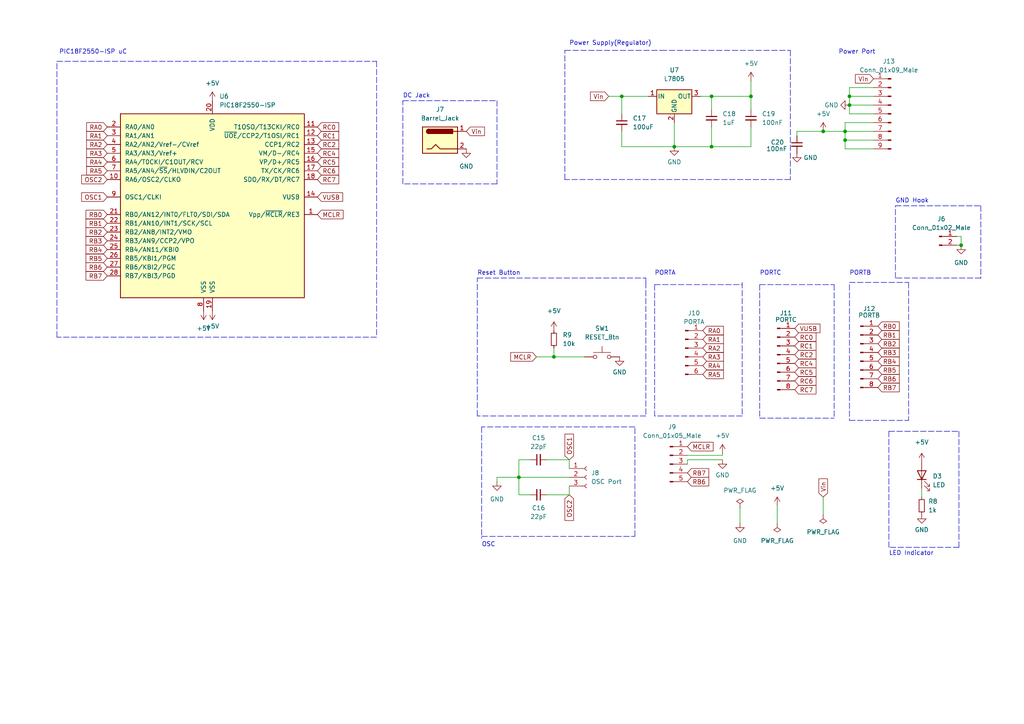
<source format=kicad_sch>
(kicad_sch (version 20230121) (generator eeschema)
  (paper "A4")
  (junction (at 217.805 27.94))
  (junction (at 245.11 40.64))
  (junction (at 303.53 97.79))
  (junction (at 447.04 110.49))
  (junction (at 446.405 156.21))
  (junction (at 313.055 107.95))
  (junction (at 180.34 27.94))
  (junction (at 309.245 118.745))
  (junction (at 313.055 118.745))
  (junction (at 246.38 30.48))
  (junction (at 313.055 130.81))
  (junction (at 278.765 71.12))
  (junction (at 206.375 27.94))
  (junction (at 150.495 138.43))
  (junction (at 206.375 42.545))
  (junction (at 313.055 146.05))
  (junction (at 160.655 103.505))
  (junction (at 195.58 42.545))
  (junction (at 246.38 27.94))
  (junction (at 238.76 38.1))
  (junction (at 313.055 136.525))
  (junction (at 310.515 136.525))
  (junction (at 245.11 38.1))
  (no_connect (at 428.625 125.73))
  (wire (pts (xy 323.215 156.21) (xy 328.295 156.21)))
  (wire (pts (xy 209.55 132.08) (xy 209.55 131.445)))
  (wire (pts (xy 323.215 118.11) (xy 328.295 118.11)))
  (wire (pts (xy 323.215 140.97) (xy 328.295 140.97)))
  (polyline (pts (xy 257.81 158.75) (xy 257.81 125.095)) (stroke (width 0) (type dash)))
  (wire (pts (xy 313.055 136.525) (xy 313.055 137.16)))
  (wire (pts (xy 428.625 115.57) (xy 436.88 115.57)))
  (wire (pts (xy 315.595 143.51) (xy 315.595 136.525)))
  (wire (pts (xy 323.215 138.43) (xy 328.295 138.43)))
  (wire (pts (xy 303.53 106.045) (xy 303.53 107.95)))
  (polyline (pts (xy 109.22 97.79) (xy 16.51 97.79)) (stroke (width 0) (type dash)))
  (polyline (pts (xy 220.345 121.285) (xy 241.935 121.285)) (stroke (width 0) (type dash)))
  (wire (pts (xy 310.515 136.525) (xy 313.055 136.525)))
  (wire (pts (xy 428.625 158.75) (xy 436.88 158.75)))
  (wire (pts (xy 428.625 140.97) (xy 436.88 140.97)))
  (polyline (pts (xy 184.15 123.825) (xy 139.7 123.825)) (stroke (width 0) (type dash)))
  (wire (pts (xy 428.625 148.59) (xy 436.88 148.59)))
  (polyline (pts (xy 184.15 155.575) (xy 184.15 123.825)) (stroke (width 0) (type dash)))
  (wire (pts (xy 323.215 100.33) (xy 328.295 100.33)))
  (wire (pts (xy 180.34 38.1) (xy 180.34 42.545)))
  (wire (pts (xy 246.38 30.48) (xy 246.38 33.02)))
  (wire (pts (xy 303.53 97.79) (xy 303.53 98.425)))
  (wire (pts (xy 231.14 38.1) (xy 238.76 38.1)))
  (wire (pts (xy 150.495 143.51) (xy 153.67 143.51)))
  (wire (pts (xy 238.76 38.1) (xy 245.11 38.1)))
  (wire (pts (xy 428.625 120.65) (xy 436.88 120.65)))
  (wire (pts (xy 246.38 25.4) (xy 246.38 27.94)))
  (wire (pts (xy 180.34 27.94) (xy 180.34 33.02)))
  (wire (pts (xy 209.55 133.35) (xy 199.39 133.35)))
  (polyline (pts (xy 263.525 81.915) (xy 263.525 121.92)) (stroke (width 0) (type dash)))
  (wire (pts (xy 323.215 161.29) (xy 328.295 161.29)))
  (wire (pts (xy 217.805 23.495) (xy 217.805 27.94)))
  (wire (pts (xy 253.365 35.56) (xy 245.11 35.56)))
  (wire (pts (xy 428.625 135.89) (xy 436.88 135.89)))
  (wire (pts (xy 323.215 105.41) (xy 328.295 105.41)))
  (polyline (pts (xy 229.235 14.605) (xy 229.235 52.07)) (stroke (width 0) (type dash)))
  (wire (pts (xy 206.375 42.545) (xy 217.805 42.545)))
  (wire (pts (xy 315.595 143.51) (xy 328.295 143.51)))
  (wire (pts (xy 160.655 103.505) (xy 160.655 100.965)))
  (wire (pts (xy 323.215 102.87) (xy 328.295 102.87)))
  (polyline (pts (xy 138.43 120.65) (xy 138.43 80.645)) (stroke (width 0) (type dash)))
  (wire (pts (xy 199.39 132.08) (xy 209.55 132.08)))
  (polyline (pts (xy 215.265 120.65) (xy 189.865 120.65)) (stroke (width 0) (type dash)))
  (wire (pts (xy 304.165 74.93) (xy 312.42 74.93)))
  (wire (pts (xy 446.405 153.035) (xy 446.405 156.21)))
  (wire (pts (xy 217.805 31.75) (xy 217.805 27.94)))
  (wire (pts (xy 323.215 115.57) (xy 328.295 115.57)))
  (wire (pts (xy 323.215 110.49) (xy 328.295 110.49)))
  (wire (pts (xy 428.625 105.41) (xy 436.88 105.41)))
  (polyline (pts (xy 259.715 80.645) (xy 259.715 59.69)) (stroke (width 0) (type dash)))
  (polyline (pts (xy 116.84 29.21) (xy 144.145 29.21)) (stroke (width 0) (type dash)))
  (wire (pts (xy 304.165 77.47) (xy 304.165 74.93)))
  (polyline (pts (xy 16.51 17.78) (xy 109.22 17.78)) (stroke (width 0) (type dash)))
  (polyline (pts (xy 215.265 81.915) (xy 215.265 120.65)) (stroke (width 0) (type dash)))
  (polyline (pts (xy 220.345 82.55) (xy 241.935 82.55)) (stroke (width 0) (type dash)))
  (wire (pts (xy 246.38 27.94) (xy 246.38 30.48)))
  (wire (pts (xy 225.425 146.685) (xy 225.425 151.765)))
  (wire (pts (xy 309.245 114.935) (xy 309.245 118.745)))
  (wire (pts (xy 323.215 95.25) (xy 328.295 95.25)))
  (polyline (pts (xy 187.325 120.65) (xy 138.43 120.65)) (stroke (width 0) (type dash)))
  (wire (pts (xy 165.1 140.97) (xy 165.1 143.51)))
  (wire (pts (xy 160.655 103.505) (xy 169.545 103.505)))
  (wire (pts (xy 246.38 25.4) (xy 253.365 25.4)))
  (polyline (pts (xy 187.325 81.915) (xy 187.325 120.65)) (stroke (width 0) (type dash)))
  (wire (pts (xy 313.055 118.745) (xy 313.055 120.65)))
  (wire (pts (xy 246.38 30.48) (xy 253.365 30.48)))
  (wire (pts (xy 428.625 156.21) (xy 446.405 156.21)))
  (wire (pts (xy 428.625 161.29) (xy 436.88 161.29)))
  (polyline (pts (xy 278.13 158.75) (xy 257.81 158.75)) (stroke (width 0) (type dash)))
  (wire (pts (xy 428.625 90.17) (xy 436.88 90.17)))
  (wire (pts (xy 323.215 163.83) (xy 328.295 163.83)))
  (wire (pts (xy 253.365 33.02) (xy 246.38 33.02)))
  (wire (pts (xy 165.1 135.89) (xy 165.1 133.35)))
  (polyline (pts (xy 138.43 80.645) (xy 187.325 80.645)) (stroke (width 0) (type dash)))
  (wire (pts (xy 323.215 151.13) (xy 328.295 151.13)))
  (wire (pts (xy 315.595 118.745) (xy 313.055 118.745)))
  (wire (pts (xy 428.625 133.35) (xy 436.88 133.35)))
  (wire (pts (xy 206.375 31.75) (xy 206.375 27.94)))
  (polyline (pts (xy 257.81 125.095) (xy 278.13 125.095)) (stroke (width 0) (type dash)))
  (wire (pts (xy 176.53 27.94) (xy 180.34 27.94)))
  (wire (pts (xy 144.145 139.7) (xy 144.145 138.43)))
  (polyline (pts (xy 191.77 14.605) (xy 229.235 14.605)) (stroke (width 0) (type dash)))
  (wire (pts (xy 428.625 92.71) (xy 436.88 92.71)))
  (wire (pts (xy 180.34 42.545) (xy 195.58 42.545)))
  (wire (pts (xy 231.14 39.37) (xy 231.14 38.1)))
  (wire (pts (xy 428.625 143.51) (xy 436.88 143.51)))
  (polyline (pts (xy 189.865 82.55) (xy 189.865 120.65)) (stroke (width 0) (type dash)))
  (wire (pts (xy 428.625 146.05) (xy 436.88 146.05)))
  (wire (pts (xy 238.76 144.145) (xy 238.76 149.225)))
  (polyline (pts (xy 220.345 82.55) (xy 220.345 121.285)) (stroke (width 0) (type dash)))
  (wire (pts (xy 323.215 113.03) (xy 328.295 113.03)))
  (wire (pts (xy 307.975 118.745) (xy 309.245 118.745)))
  (polyline (pts (xy 144.145 29.21) (xy 144.145 53.34)) (stroke (width 0) (type dash)))
  (wire (pts (xy 253.365 40.64) (xy 245.11 40.64)))
  (wire (pts (xy 303.53 107.95) (xy 304.8 107.95)))
  (polyline (pts (xy 144.145 53.34) (xy 116.84 53.34)) (stroke (width 0) (type dash)))
  (wire (pts (xy 428.625 153.67) (xy 450.215 153.67)))
  (wire (pts (xy 315.595 136.525) (xy 313.055 136.525)))
  (wire (pts (xy 323.215 158.75) (xy 328.295 158.75)))
  (wire (pts (xy 315.595 128.27) (xy 328.295 128.27)))
  (wire (pts (xy 313.055 144.78) (xy 313.055 146.05)))
  (wire (pts (xy 150.495 133.35) (xy 150.495 138.43)))
  (wire (pts (xy 313.055 128.27) (xy 313.055 130.81)))
  (wire (pts (xy 313.055 107.95) (xy 328.295 107.95)))
  (wire (pts (xy 313.055 146.05) (xy 313.055 149.86)))
  (wire (pts (xy 323.215 135.89) (xy 328.295 135.89)))
  (wire (pts (xy 303.53 95.885) (xy 303.53 97.79)))
  (polyline (pts (xy 284.48 80.645) (xy 259.715 80.645)) (stroke (width 0) (type dash)))
  (wire (pts (xy 323.215 92.71) (xy 328.295 92.71)))
  (wire (pts (xy 428.625 166.37) (xy 436.88 166.37)))
  (wire (pts (xy 315.595 128.27) (xy 315.595 118.745)))
  (wire (pts (xy 245.11 35.56) (xy 245.11 38.1)))
  (wire (pts (xy 312.42 107.95) (xy 313.055 107.95)))
  (polyline (pts (xy 187.325 80.645) (xy 187.325 81.915)) (stroke (width 0) (type dash)))
  (wire (pts (xy 307.975 136.525) (xy 310.515 136.525)))
  (wire (pts (xy 214.63 147.32) (xy 214.63 151.765)))
  (wire (pts (xy 428.625 138.43) (xy 436.88 138.43)))
  (wire (pts (xy 307.34 97.79) (xy 303.53 97.79)))
  (wire (pts (xy 428.625 128.27) (xy 436.88 128.27)))
  (polyline (pts (xy 278.13 125.095) (xy 278.13 158.75)) (stroke (width 0) (type dash)))
  (wire (pts (xy 277.495 71.12) (xy 278.765 71.12)))
  (polyline (pts (xy 241.935 82.55) (xy 241.935 121.285)) (stroke (width 0) (type dash)))
  (wire (pts (xy 323.215 120.65) (xy 328.295 120.65)))
  (polyline (pts (xy 284.48 59.69) (xy 284.48 80.645)) (stroke (width 0) (type dash)))
  (wire (pts (xy 277.495 68.58) (xy 278.765 68.58)))
  (wire (pts (xy 447.04 106.68) (xy 447.04 110.49)))
  (wire (pts (xy 313.055 146.05) (xy 328.295 146.05)))
  (wire (pts (xy 428.625 102.87) (xy 436.88 102.87)))
  (polyline (pts (xy 246.38 81.915) (xy 263.525 81.915)) (stroke (width 0) (type dash)))
  (polyline (pts (xy 109.22 17.78) (xy 109.22 97.155)) (stroke (width 0) (type dash)))
  (wire (pts (xy 206.375 36.83) (xy 206.375 42.545)))
  (wire (pts (xy 323.215 90.17) (xy 328.295 90.17)))
  (wire (pts (xy 165.1 133.35) (xy 158.75 133.35)))
  (polyline (pts (xy 16.51 97.79) (xy 16.51 17.78)) (stroke (width 0) (type dash)))
  (wire (pts (xy 313.055 130.81) (xy 328.295 130.81)))
  (polyline (pts (xy 246.38 82.55) (xy 246.38 121.92)) (stroke (width 0) (type dash)))
  (polyline (pts (xy 163.83 52.07) (xy 163.83 14.605)) (stroke (width 0) (type dash)))
  (wire (pts (xy 144.145 138.43) (xy 150.495 138.43)))
  (wire (pts (xy 428.625 100.33) (xy 436.88 100.33)))
  (wire (pts (xy 447.04 110.49) (xy 447.04 120.65)))
  (wire (pts (xy 309.245 118.745) (xy 313.055 118.745)))
  (wire (pts (xy 323.215 133.35) (xy 328.295 133.35)))
  (wire (pts (xy 313.055 107.95) (xy 313.055 110.49)))
  (wire (pts (xy 155.575 103.505) (xy 160.655 103.505)))
  (wire (pts (xy 195.58 35.56) (xy 195.58 42.545)))
  (wire (pts (xy 428.625 118.11) (xy 436.88 118.11)))
  (wire (pts (xy 253.365 27.94) (xy 246.38 27.94)))
  (polyline (pts (xy 139.7 155.575) (xy 184.15 155.575)) (stroke (width 0) (type dash)))
  (wire (pts (xy 180.34 27.94) (xy 187.96 27.94)))
  (wire (pts (xy 428.625 107.95) (xy 453.39 107.95)))
  (wire (pts (xy 323.215 123.19) (xy 328.295 123.19)))
  (polyline (pts (xy 139.7 123.825) (xy 139.7 156.21)) (stroke (width 0) (type dash)))
  (polyline (pts (xy 116.84 53.34) (xy 116.84 29.21)) (stroke (width 0) (type dash)))
  (wire (pts (xy 304.165 88.265) (xy 304.165 85.09)))
  (wire (pts (xy 428.625 151.13) (xy 436.88 151.13)))
  (wire (pts (xy 310.515 132.715) (xy 310.515 136.525)))
  (wire (pts (xy 199.39 133.35) (xy 199.39 134.62)))
  (wire (pts (xy 245.11 43.18) (xy 245.11 40.64)))
  (wire (pts (xy 245.11 38.1) (xy 245.11 40.64)))
  (wire (pts (xy 428.625 97.79) (xy 436.88 97.79)))
  (wire (pts (xy 446.405 161.925) (xy 450.215 161.925)))
  (wire (pts (xy 217.805 27.94) (xy 206.375 27.94)))
  (wire (pts (xy 313.055 130.81) (xy 313.055 132.08)))
  (wire (pts (xy 195.58 42.545) (xy 206.375 42.545)))
  (wire (pts (xy 323.215 153.67) (xy 328.295 153.67)))
  (wire (pts (xy 312.42 97.79) (xy 328.295 97.79)))
  (wire (pts (xy 428.625 123.19) (xy 436.88 123.19)))
  (wire (pts (xy 428.625 168.91) (xy 436.88 168.91)))
  (polyline (pts (xy 189.865 82.55) (xy 215.265 82.55)) (stroke (width 0) (type dash)))
  (wire (pts (xy 245.11 43.18) (xy 253.365 43.18)))
  (wire (pts (xy 323.215 148.59) (xy 328.295 148.59)))
  (wire (pts (xy 428.625 113.03) (xy 436.88 113.03)))
  (wire (pts (xy 206.375 27.94) (xy 203.2 27.94)))
  (wire (pts (xy 165.1 143.51) (xy 158.75 143.51)))
  (polyline (pts (xy 259.715 59.69) (xy 284.48 59.69)) (stroke (width 0) (type dash)))
  (wire (pts (xy 323.215 87.63) (xy 328.295 87.63)))
  (wire (pts (xy 312.42 74.93) (xy 312.42 97.79)))
  (polyline (pts (xy 246.38 121.92) (xy 263.525 121.92)) (stroke (width 0) (type dash)))
  (wire (pts (xy 428.625 130.81) (xy 436.88 130.81)))
  (wire (pts (xy 245.11 38.1) (xy 253.365 38.1)))
  (polyline (pts (xy 163.83 14.605) (xy 191.77 14.605)) (stroke (width 0) (type dash)))
  (wire (pts (xy 428.625 95.25) (xy 450.215 95.25)))
  (wire (pts (xy 153.67 133.35) (xy 150.495 133.35)))
  (wire (pts (xy 446.405 156.21) (xy 446.405 161.925)))
  (wire (pts (xy 267.335 141.605) (xy 267.335 144.145)))
  (wire (pts (xy 217.805 36.83) (xy 217.805 42.545)))
  (wire (pts (xy 150.495 138.43) (xy 150.495 143.51)))
  (wire (pts (xy 323.215 125.73) (xy 328.295 125.73)))
  (polyline (pts (xy 229.235 52.07) (xy 163.83 52.07)) (stroke (width 0) (type dash)))
  (wire (pts (xy 150.495 138.43) (xy 165.1 138.43)))
  (wire (pts (xy 428.625 163.83) (xy 436.88 163.83)))
  (wire (pts (xy 278.765 68.58) (xy 278.765 71.12)))
  (wire (pts (xy 323.215 166.37) (xy 328.295 166.37)))
  (wire (pts (xy 428.625 110.49) (xy 447.04 110.49)))
  (text "Reset Button\n" (at 138.43 80.01 0) (effects (font (size 1.27 1.27)) (justify left bottom)))
  (text "DC Jack" (at 116.84 28.575 0) (effects (font (size 1.27 1.27)) (justify left bottom)))
  (text "PORTC\n" (at 220.345 80.01 0) (effects (font (size 1.27 1.27)) (justify left bottom)))
  (text "Power Port\n" (at 243.205 15.875 0) (effects (font (size 1.27 1.27)) (justify left bottom)))
  (text "PIC18F2550-ISP uC" (at 17.145 15.875 0) (effects (font (size 1.27 1.27)) (justify left bottom)))
  (text "PORTA" (at 189.865 80.01 0) (effects (font (size 1.27 1.27)) (justify left bottom)))
  (text "LED Indicator\n" (at 257.81 161.29 0) (effects (font (size 1.27 1.27)) (justify left bottom)))
  (text "OSC\n" (at 139.7 158.75 0) (effects (font (size 1.27 1.27)) (justify left bottom)))
  (text "GND Hook\n" (at 259.715 59.055 0) (effects (font (size 1.27 1.27)) (justify left bottom)))
  (text "PORTB\n" (at 246.38 80.01 0) (effects (font (size 1.27 1.27)) (justify left bottom)))
  (text "Power Supply(Regulator)" (at 165.1 13.335 0) (effects (font (size 1.27 1.27)) (justify left bottom)))
  (global_label "RC7" (shape input) (at 92.075 52.07 0) (property "Intersheetrefs" "${INTERSHEET_REFS}" (effects hide)))
  (global_label "SD_SCLK" (shape input) (at 436.88 133.35 0) (property "Intersheetrefs" "${INTERSHEET_REFS}" (effects hide)))
  (global_label "RA3" (shape input) (at 203.835 103.505 0) (property "Intersheetrefs" "${INTERSHEET_REFS}" (effects hide)))
  (global_label "RB2" (shape input) (at 254.635 99.695 0) (property "Intersheetrefs" "${INTERSHEET_REFS}" (effects hide)))
  (global_label "PGD" (shape input) (at 323.215 118.11 180) (property "Intersheetrefs" "${INTERSHEET_REFS}" (effects hide)))
  (global_label "3V3" (shape input) (at 307.975 136.525 180) (property "Intersheetrefs" "${INTERSHEET_REFS}" (effects hide)))
  (global_label "BO_16" (shape input) (at 323.215 151.13 180) (property "Intersheetrefs" "${INTERSHEET_REFS}" (effects hide)))
  (global_label "RC4" (shape input) (at 230.505 105.41 0) (property "Intersheetrefs" "${INTERSHEET_REFS}" (effects hide)))
  (global_label "RA4" (shape input) (at 31.115 46.99 180) (property "Intersheetrefs" "${INTERSHEET_REFS}" (effects hide)))
  (global_label "PGC" (shape input) (at 323.215 120.65 180) (property "Intersheetrefs" "${INTERSHEET_REFS}" (effects hide)))
  (global_label "RA3" (shape input) (at 31.115 44.45 180) (property "Intersheetrefs" "${INTERSHEET_REFS}" (effects hide)))
  (global_label "RC4" (shape input) (at 92.075 44.45 0) (property "Intersheetrefs" "${INTERSHEET_REFS}" (effects hide)))
  (global_label "SDA1" (shape input) (at 436.88 128.27 0) (property "Intersheetrefs" "${INTERSHEET_REFS}" (effects hide)))
  (global_label "RA1" (shape input) (at 203.835 98.425 0) (property "Intersheetrefs" "${INTERSHEET_REFS}" (effects hide)))
  (global_label "SCL2" (shape input) (at 323.215 125.73 180) (property "Intersheetrefs" "${INTERSHEET_REFS}" (effects hide)))
  (global_label "BO_41" (shape input) (at 436.88 163.83 0) (property "Intersheetrefs" "${INTERSHEET_REFS}" (effects hide)))
  (global_label "SDA2" (shape input) (at 323.215 123.19 180) (property "Intersheetrefs" "${INTERSHEET_REFS}" (effects hide)))
  (global_label "3V3" (shape input) (at 307.975 118.745 180) (property "Intersheetrefs" "${INTERSHEET_REFS}" (effects hide)))
  (global_label "RB3" (shape input) (at 254.635 102.235 0) (property "Intersheetrefs" "${INTERSHEET_REFS}" (effects hide)))
  (global_label "RB7" (shape input) (at 199.39 137.16 0) (property "Intersheetrefs" "${INTERSHEET_REFS}" (effects hide)))
  (global_label "RA0" (shape input) (at 31.115 36.83 180) (property "Intersheetrefs" "${INTERSHEET_REFS}" (effects hide)))
  (global_label "3V3" (shape input) (at 304.165 74.93 180) (property "Intersheetrefs" "${INTERSHEET_REFS}" (effects hide)))
  (global_label "RA5" (shape input) (at 31.115 49.53 180) (property "Intersheetrefs" "${INTERSHEET_REFS}" (effects hide)))
  (global_label "RC6" (shape input) (at 92.075 49.53 0) (property "Intersheetrefs" "${INTERSHEET_REFS}" (effects hide)))
  (global_label "RB3" (shape input) (at 31.115 69.85 180) (property "Intersheetrefs" "${INTERSHEET_REFS}" (effects hide)))
  (global_label "BO_22" (shape input) (at 436.88 92.71 0) (property "Intersheetrefs" "${INTERSHEET_REFS}" (effects hide)))
  (global_label "RC0" (shape input) (at 230.505 97.79 0) (property "Intersheetrefs" "${INTERSHEET_REFS}" (effects hide)))
  (global_label "SD_DO" (shape input) (at 323.215 163.83 180) (property "Intersheetrefs" "${INTERSHEET_REFS}" (effects hide)))
  (global_label "BO_20" (shape input) (at 323.215 161.29 180) (property "Intersheetrefs" "${INTERSHEET_REFS}" (effects hide)))
  (global_label "BO_25" (shape input) (at 436.88 102.87 0) (property "Intersheetrefs" "${INTERSHEET_REFS}" (effects hide)))
  (global_label "Vin" (shape input) (at 176.53 27.94 180) (property "Intersheetrefs" "${INTERSHEET_REFS}" (effects hide)))
  (global_label "SD_WP" (shape input) (at 436.88 138.43 0) (property "Intersheetrefs" "${INTERSHEET_REFS}" (effects hide)))
  (global_label "BO_21" (shape input) (at 436.88 90.17 0) (property "Intersheetrefs" "${INTERSHEET_REFS}" (effects hide)))
  (global_label "BO_27" (shape input) (at 436.88 113.03 0) (property "Intersheetrefs" "${INTERSHEET_REFS}" (effects hide)))
  (global_label "SCL1" (shape input) (at 436.88 130.81 0) (property "Intersheetrefs" "${INTERSHEET_REFS}" (effects hide)))
  (global_label "BO_11" (shape input) (at 323.215 133.35 180) (property "Intersheetrefs" "${INTERSHEET_REFS}" (effects hide)))
  (global_label "RC7" (shape input) (at 230.505 113.03 0) (property "Intersheetrefs" "${INTERSHEET_REFS}" (effects hide)))
  (global_label "PIC_RX" (shape input) (at 323.215 110.49 180) (property "Intersheetrefs" "${INTERSHEET_REFS}" (effects hide)))
  (global_label "RB4" (shape input) (at 31.115 72.39 180) (property "Intersheetrefs" "${INTERSHEET_REFS}" (effects hide)))
  (global_label "BO_37" (shape input) (at 436.88 146.05 0) (property "Intersheetrefs" "${INTERSHEET_REFS}" (effects hide)))
  (global_label "PIC_TX" (shape input) (at 436.88 151.13 0) (property "Intersheetrefs" "${INTERSHEET_REFS}" (effects hide)))
  (global_label "RC1" (shape input) (at 230.505 100.33 0) (property "Intersheetrefs" "${INTERSHEET_REFS}" (effects hide)))
  (global_label "BO_15" (shape input) (at 323.215 148.59 180) (property "Intersheetrefs" "${INTERSHEET_REFS}" (effects hide)))
  (global_label "BO_24" (shape input) (at 436.88 100.33 0) (property "Intersheetrefs" "${INTERSHEET_REFS}" (effects hide)))
  (global_label "BO_39" (shape input) (at 436.88 158.75 0) (property "Intersheetrefs" "${INTERSHEET_REFS}" (effects hide)))
  (global_label "RA2" (shape input) (at 203.835 100.965 0) (property "Intersheetrefs" "${INTERSHEET_REFS}" (effects hide)))
  (global_label "BO_5" (shape input) (at 323.215 102.87 180) (property "Intersheetrefs" "${INTERSHEET_REFS}" (effects hide)))
  (global_label "BO_42" (shape input) (at 436.88 168.91 0) (property "Intersheetrefs" "${INTERSHEET_REFS}" (effects hide)))
  (global_label "AVSS" (shape input) (at 323.215 95.25 180) (property "Intersheetrefs" "${INTERSHEET_REFS}" (effects hide)))
  (global_label "BO_29" (shape input) (at 436.88 118.11 0) (property "Intersheetrefs" "${INTERSHEET_REFS}" (effects hide)))
  (global_label "Vin" (shape input) (at 135.255 38.1 0) (property "Intersheetrefs" "${INTERSHEET_REFS}" (effects hide)))
  (global_label "BO_30" (shape input) (at 436.88 120.65 0) (property "Intersheetrefs" "${INTERSHEET_REFS}" (effects hide)))
  (global_label "RA0" (shape input) (at 203.835 95.885 0) (property "Intersheetrefs" "${INTERSHEET_REFS}" (effects hide)))
  (global_label "RB5" (shape input) (at 31.115 74.93 180) (property "Intersheetrefs" "${INTERSHEET_REFS}" (effects hide)))
  (global_label "RB1" (shape input) (at 31.115 64.77 180) (property "Intersheetrefs" "${INTERSHEET_REFS}" (effects hide)))
  (global_label "BO_6" (shape input) (at 323.215 105.41 180) (property "Intersheetrefs" "${INTERSHEET_REFS}" (effects hide)))
  (global_label "OSC2" (shape input) (at 31.115 52.07 180) (property "Intersheetrefs" "${INTERSHEET_REFS}" (effects hide)))
  (global_label "RB1" (shape input) (at 254.635 97.155 0) (property "Intersheetrefs" "${INTERSHEET_REFS}" (effects hide)))
  (global_label "OSC2" (shape input) (at 165.1 143.51 270) (property "Intersheetrefs" "${INTERSHEET_REFS}" (effects hide)))
  (global_label "RC1" (shape input) (at 92.075 39.37 0) (property "Intersheetrefs" "${INTERSHEET_REFS}" (effects hide)))
  (global_label "MCLR" (shape input) (at 92.075 62.23 0) (property "Intersheetrefs" "${INTERSHEET_REFS}" (effects hide)))
  (global_label "BO_2" (shape input) (at 323.215 90.17 180) (property "Intersheetrefs" "${INTERSHEET_REFS}" (effects hide)))
  (global_label "VUSB" (shape input) (at 230.505 95.25 0) (property "Intersheetrefs" "${INTERSHEET_REFS}" (effects hide)))
  (global_label "BO_35" (shape input) (at 436.88 140.97 0) (property "Intersheetrefs" "${INTERSHEET_REFS}" (effects hide)))
  (global_label "RC2" (shape input) (at 92.075 41.91 0) (property "Intersheetrefs" "${INTERSHEET_REFS}" (effects hide)))
  (global_label "BO_26" (shape input) (at 436.88 105.41 0) (property "Intersheetrefs" "${INTERSHEET_REFS}" (effects hide)))
  (global_label "BO_3" (shape input) (at 323.215 92.71 180) (property "Intersheetrefs" "${INTERSHEET_REFS}" (effects hide)))
  (global_label "RB6" (shape input) (at 199.39 139.7 0) (property "Intersheetrefs" "${INTERSHEET_REFS}" (effects hide)))
  (global_label "BO_4" (shape input) (at 323.215 100.33 180) (property "Intersheetrefs" "${INTERSHEET_REFS}" (effects hide)))
  (global_label "BO_28" (shape input) (at 436.88 115.57 0) (property "Intersheetrefs" "${INTERSHEET_REFS}" (effects hide)))
  (global_label "RC5" (shape input) (at 230.505 107.95 0) (property "Intersheetrefs" "${INTERSHEET_REFS}" (effects hide)))
  (global_label "RB5" (shape input) (at 254.635 107.315 0) (property "Intersheetrefs" "${INTERSHEET_REFS}" (effects hide)))
  (global_label "BO_38" (shape input) (at 436.88 148.59 0) (property "Intersheetrefs" "${INTERSHEET_REFS}" (effects hide)))
  (global_label "VUSB" (shape input) (at 92.075 57.15 0) (property "Intersheetrefs" "${INTERSHEET_REFS}" (effects hide)))
  (global_label "Vin" (shape input) (at 238.76 144.145 90) (property "Intersheetrefs" "${INTERSHEET_REFS}" (effects hide)))
  (global_label "BO_19" (shape input) (at 323.215 158.75 180) (property "Intersheetrefs" "${INTERSHEET_REFS}" (effects hide)))
  (global_label "RC0" (shape input) (at 92.075 36.83 0) (property "Intersheetrefs" "${INTERSHEET_REFS}" (effects hide)))
  (global_label "RB7" (shape input) (at 254.635 112.395 0) (property "Intersheetrefs" "${INTERSHEET_REFS}" (effects hide)))
  (global_label "MCLR" (shape input) (at 199.39 129.54 0) (property "Intersheetrefs" "${INTERSHEET_REFS}" (effects hide)))
  (global_label "BO_8" (shape input) (at 323.215 115.57 180) (property "Intersheetrefs" "${INTERSHEET_REFS}" (effects hide)))
  (global_label "OSC1" (shape input) (at 31.115 57.15 180) (property "Intersheetrefs" "${INTERSHEET_REFS}" (effects hide)))
  (global_label "BO_23" (shape input) (at 436.88 97.79 0) (property "Intersheetrefs" "${INTERSHEET_REFS}" (effects hide)))
  (global_label "RB6" (shape input) (at 31.115 77.47 180) (property "Intersheetrefs" "${INTERSHEET_REFS}" (effects hide)))
  (global_label "SD_CS" (shape input) (at 323.215 166.37 180) (property "Intersheetrefs" "${INTERSHEET_REFS}" (effects hide)))
  (global_label "RC5" (shape input) (at 92.075 46.99 0) (property "Intersheetrefs" "${INTERSHEET_REFS}" (effects hide)))
  (global_label "RC2" (shape input) (at 230.505 102.87 0) (property "Intersheetrefs" "${INTERSHEET_REFS}" (effects hide)))
  (global_label "OSC1" (shape input) (at 165.1 133.35 90) (property "Intersheetrefs" "${INTERSHEET_REFS}" (effects hide)))
  (global_label "RA5" (shape input) (at 203.835 108.585 0) (property "Intersheetrefs" "${INTERSHEET_REFS}" (effects hide)))
  (global_label "BO_14" (shape input) (at 323.215 140.97 180) (property "Intersheetrefs" "${INTERSHEET_REFS}" (effects hide)))
  (global_label "RB4" (shape input) (at 254.635 104.775 0) (property "Intersheetrefs" "${INTERSHEET_REFS}" (effects hide)))
  (global_label "BO_40" (shape input) (at 436.88 161.29 0) (property "Intersheetrefs" "${INTERSHEET_REFS}" (effects hide)))
  (global_label "BO_13" (shape input) (at 323.215 138.43 180) (property "Intersheetrefs" "${INTERSHEET_REFS}" (effects hide)))
  (global_label "BO_34" (shape input) (at 436.88 135.89 0) (property "Intersheetrefs" "${INTERSHEET_REFS}" (effects hide)))
  (global_label "SD_DI" (shape input) (at 436.88 166.37 0) (property "Intersheetrefs" "${INTERSHEET_REFS}" (effects hide)))
  (global_label "RA1" (shape input) (at 31.115 39.37 180) (property "Intersheetrefs" "${INTERSHEET_REFS}" (effects hide)))
  (global_label "RB6" (shape input) (at 254.635 109.855 0) (property "Intersheetrefs" "${INTERSHEET_REFS}" (effects hide)))
  (global_label "RB0" (shape input) (at 31.115 62.23 180) (property "Intersheetrefs" "${INTERSHEET_REFS}" (effects hide)))
  (global_label "BO_12" (shape input) (at 323.215 135.89 180) (property "Intersheetrefs" "${INTERSHEET_REFS}" (effects hide)))
  (global_label "BO_7" (shape input) (at 323.215 113.03 180) (property "Intersheetrefs" "${INTERSHEET_REFS}" (effects hide)))
  (global_label "BO_18" (shape input) (at 323.215 156.21 180) (property "Intersheetrefs" "${INTERSHEET_REFS}" (effects hide)))
  (global_label "RB7" (shape input) (at 31.115 80.01 180) (property "Intersheetrefs" "${INTERSHEET_REFS}" (effects hide)))
  (global_label "BO_17" (shape input) (at 323.215 153.67 180) (property "Intersheetrefs" "${INTERSHEET_REFS}" (effects hide)))
  (global_label "3V3" (shape input) (at 303.53 95.885 180) (property "Intersheetrefs" "${INTERSHEET_REFS}" (effects hide)))
  (global_label "RA4" (shape input) (at 203.835 106.045 0) (property "Intersheetrefs" "${INTERSHEET_REFS}" (effects hide)))
  (global_label "RA2" (shape input) (at 31.115 41.91 180) (property "Intersheetrefs" "${INTERSHEET_REFS}" (effects hide)))
  (global_label "BO_1" (shape input) (at 323.215 87.63 180) (property "Intersheetrefs" "${INTERSHEET_REFS}" (effects hide)))
  (global_label "MCLR" (shape input) (at 313.055 110.49 270) (property "Intersheetrefs" "${INTERSHEET_REFS}" (effects hide)))
  (global_label "MCLR" (shape input) (at 155.575 103.505 180) (property "Intersheetrefs" "${INTERSHEET_REFS}" (effects hide)))
  (global_label "BO_31" (shape input) (at 436.88 123.19 0) (property "Intersheetrefs" "${INTERSHEET_REFS}" (effects hide)))
  (global_label "RB0" (shape input) (at 254.635 94.615 0) (property "Intersheetrefs" "${INTERSHEET_REFS}" (effects hide)))
  (global_label "BO_36" (shape input) (at 436.88 143.51 0) (property "Intersheetrefs" "${INTERSHEET_REFS}" (effects hide)))
  (global_label "Vin" (shape input) (at 253.365 22.86 180) (property "Intersheetrefs" "${INTERSHEET_REFS}" (effects hide)))
  (global_label "RC6" (shape input) (at 230.505 110.49 0) (property "Intersheetrefs" "${INTERSHEET_REFS}" (effects hide)))
  (global_label "RB2" (shape input) (at 31.115 67.31 180) (property "Intersheetrefs" "${INTERSHEET_REFS}" (effects hide)))
  (symbol (lib_id "power:+5V") (at 160.655 95.885 0) (unit 1)
    (property "Reference" "#PWR036" (effects hide))
    (property "Value" "+5V" (at 160.655 90.17 0))
  )
  (symbol (lib_id "Connector:Conn_01x06_Male") (at 198.755 100.965 0) (unit 1)
    (property "Reference" "J10" (at 201.295 90.805 0))
    (property "Value" "PORTA" (at 201.295 93.345 0))
    (property "Footprint" "Connector_PinSocket_2.54mm:PinSocket_1x06_P2.54mm_Vertical" (effects hide))
  )
  (symbol (lib_id "Device:C_Small") (at 180.34 35.56 0) (unit 1)
    (property "Reference" "C17" (at 183.515 34.2962 0) (effects (justify left)))
    (property "Value" "100uF" (at 183.515 36.8362 0) (effects (justify left)))
    (property "Footprint" "Capacitor_THT:CP_Radial_D4.0mm_P2.00mm" (effects hide))
  )
  (symbol (lib_id "Device:C_Small") (at 217.805 34.29 0) (unit 1)
    (property "Reference" "C19" (at 220.98 33.0262 0) (effects (justify left)))
    (property "Value" "100nF" (at 220.98 35.5662 0) (effects (justify left)))
    (property "Footprint" "Capacitor_THT:C_Disc_D3.0mm_W1.6mm_P2.50mm" (effects hide))
  )
  (symbol (lib_id "power:PWR_FLAG") (at 238.76 149.225 180) (unit 1)
    (property "Reference" "#FLG016" (effects hide))
    (property "Value" "PWR_FLAG" (at 238.76 154.305 0))
  )
  (symbol (lib_id "PIC32MM0256GPM064:PIC32MM0256GPM064-I_MR") (at 227.33 57.15 0) (unit 1)
    (property "Reference" "U8" (at 337.185 79.375 0) (effects (font (size 1.524 1.524))))
    (property "Value" "PIC32MM0256GPM064-I/MR" (at 348.615 81.28 0) (effects (font (size 1.524 1.524))))
    (property "Footprint" "QFN64_MR_MCH" (effects hide))
    (property "Datasheet" "PIC32MM0256GPM064-I/MR" (effects hide))
  )
  (symbol (lib_id "power:+5V") (at 59.055 90.17 180) (unit 1)
    (property "Reference" "#PWR023" (effects hide))
    (property "Value" "+5V" (at 59.055 95.25 0))
  )
  (symbol (lib_id "Device:R_Small") (at 160.655 98.425 0) (unit 1)
    (property "Reference" "R9" (at 163.195 97.1549 0) (effects (justify left)))
    (property "Value" "10k" (at 163.195 99.6949 0) (effects (justify left)))
    (property "Footprint" "Resistor_THT:R_Axial_DIN0204_L3.6mm_D1.6mm_P5.08mm_Horizontal" (effects hide))
  )
  (symbol (lib_id "power:GND") (at 246.38 30.48 270) (unit 1)
    (property "Reference" "#PWR044" (effects hide))
    (property "Value" "GND" (at 243.205 30.4799 90) (effects (justify right)))
  )
  (symbol (lib_id "Device:C_Small") (at 231.14 41.91 0) (unit 1)
    (property "Reference" "C20" (at 223.52 41.275 0) (effects (justify left)))
    (property "Value" "100nF" (at 222.25 43.18 0) (effects (justify left)))
    (property "Footprint" "Capacitor_THT:C_Disc_D3.0mm_W1.6mm_P2.50mm" (effects hide))
  )
  (symbol (lib_id "Device:C_Small") (at 156.21 143.51 270) (unit 1)
    (property "Reference" "C16" (at 156.21 147.32 90))
    (property "Value" "22pF" (at 156.21 149.86 90))
    (property "Footprint" "Capacitor_THT:C_Disc_D3.0mm_W1.6mm_P2.50mm" (effects hide))
  )
  (symbol (lib_id "Device:R_Small") (at 267.335 146.685 0) (unit 1)
    (property "Reference" "R8" (at 269.24 145.4149 0) (effects (justify left)))
    (property "Value" "1k" (at 269.24 147.9549 0) (effects (justify left)))
    (property "Footprint" "Resistor_THT:R_Axial_DIN0204_L3.6mm_D1.6mm_P5.08mm_Horizontal" (effects hide))
  )
  (symbol (lib_id "power:PWR_FLAG") (at 447.04 106.68 0) (unit 1)
    (property "Reference" "#FLG021" (effects hide))
    (property "Value" "PWR_FLAG" (effects hide))
  )
  (symbol (lib_id "Triet_KiCAD_Sym:Res") (at 308.61 107.95 180) (unit 1)
    (property "Reference" "R11" (at 308.61 102.235 0) (effects (font bold)))
    (property "Value" "1k" (at 308.61 104.775 0) (effects (font (size 1.016 1.016))))
  )
  (symbol (lib_id "power:+5V") (at 267.335 133.985 0) (unit 1)
    (property "Reference" "#PWR032" (effects hide))
    (property "Value" "+5V" (at 267.335 128.27 0))
  )
  (symbol (lib_id "Device:C_Small") (at 156.21 133.35 90) (unit 1)
    (property "Reference" "C15" (at 156.2163 127 90))
    (property "Value" "22pF" (at 156.2163 129.54 90))
    (property "Footprint" "Capacitor_THT:C_Disc_D3.0mm_W1.6mm_P2.50mm" (effects hide))
  )
  (symbol (lib_id "power:+5V") (at 238.76 38.1 0) (unit 1)
    (property "Reference" "#PWR043" (effects hide))
    (property "Value" "+5V" (at 238.76 33.02 0))
  )
  (symbol (lib_id "Triet_KiCAD_Sym:CAP_CER") (at 313.055 140.97 0) (mirror y) (unit 1)
    (property "Reference" "C23" (at 310.515 139.6999 0) (effects (font bold) (justify left)))
    (property "Value" "0.1uF" (at 310.515 142.24 0) (effects (font (size 1.016 1.016)) (justify left)))
  )
  (symbol (lib_id "power:PWR_FLAG") (at 214.63 147.32 0) (unit 1)
    (property "Reference" "#FLG014" (effects hide))
    (property "Value" "PWR_FLAG" (at 214.63 142.24 0))
  )
  (symbol (lib_name "GND_2") (lib_id "power:GND") (at 214.63 151.765 0) (unit 1)
    (property "Reference" "#PWR027" (effects hide))
    (property "Value" "GND" (at 214.63 156.845 0))
  )
  (symbol (lib_id "Regulator_Linear:L7805") (at 195.58 27.94 0) (unit 1)
    (property "Reference" "U7" (at 195.58 20.32 0))
    (property "Value" "L7805" (at 195.58 22.86 0))
    (property "Footprint" "Package_TO_SOT_THT:TO-220-2_Vertical" (effects hide))
    (property "Datasheet" "http://www.st.com/content/ccc/resource/technical/document/datasheet/41/4f/b3/b0/12/d4/47/88/CD00000444.pdf/files/CD00000444.pdf/jcr:content/translations/en.CD00000444.pdf" (effects hide))
  )
  (symbol (lib_id "Connector:Conn_01x03_Female") (at 170.18 138.43 0) (unit 1)
    (property "Reference" "J8" (at 171.45 137.1599 0) (effects (justify left)))
    (property "Value" "OSC Port" (at 171.45 139.6999 0) (effects (justify left)))
    (property "Footprint" "Connector_PinSocket_2.54mm:PinSocket_1x03_P2.54mm_Vertical" (effects hide))
  )
  (symbol (lib_id "Connector:Conn_01x08_Male") (at 225.425 102.87 0) (unit 1)
    (property "Reference" "J11" (at 227.965 90.805 0))
    (property "Value" "PORTC" (at 227.965 92.71 0))
    (property "Footprint" "Connector_PinSocket_2.54mm:PinSocket_1x08_P2.54mm_Vertical" (effects hide))
  )
  (symbol (lib_id "Device:C_Small") (at 206.375 34.29 0) (unit 1)
    (property "Reference" "C18" (at 209.55 33.0262 0) (effects (justify left)))
    (property "Value" "1uF" (at 209.55 35.5662 0) (effects (justify left)))
    (property "Footprint" "Capacitor_THT:CP_Radial_D4.0mm_P1.50mm" (effects hide))
  )
  (symbol (lib_id "power:PWR_FLAG") (at 307.34 97.79 270) (unit 1)
    (property "Reference" "#FLG017" (effects hide))
    (property "Value" "PWR_FLAG" (effects hide))
  )
  (symbol (lib_id "power:+5V") (at 217.805 23.495 0) (unit 1)
    (property "Reference" "#PWR039" (effects hide))
    (property "Value" "+5V" (at 217.805 18.415 0))
  )
  (symbol (lib_id "power:PWR_FLAG") (at 310.515 132.715 0) (unit 1)
    (property "Reference" "#FLG019" (effects hide))
    (property "Value" "PWR_FLAG" (effects hide))
  )
  (symbol (lib_id "power:GND") (at 195.58 42.545 0) (unit 1)
    (property "Reference" "#PWR037" (effects hide))
    (property "Value" "GND" (at 195.58 46.99 0))
  )
  (symbol (lib_id "power:GND") (at 447.04 128.27 0) (mirror y) (unit 1)
    (property "Reference" "#PWR048" (effects hide))
    (property "Value" "GND" (at 447.0401 131.445 90) (effects (justify right)))
  )
  (symbol (lib_id "power:+5V") (at 61.595 29.21 0) (unit 1)
    (property "Reference" "#PWR028" (effects hide))
    (property "Value" "+5V" (at 61.595 24.13 0))
  )
  (symbol (lib_id "Triet_KiCAD_Sym:CAP_CER") (at 304.165 81.28 0) (unit 1)
    (property "Reference" "C21" (at 306.705 80.0099 0) (effects (font bold) (justify left)))
    (property "Value" "0.1uF" (at 306.705 82.55 0) (effects (font (size 1.016 1.016)) (justify left)))
  )
  (symbol (lib_id "power:GND") (at 144.145 139.7 0) (unit 1)
    (property "Reference" "#PWR035" (effects hide))
    (property "Value" "GND" (at 144.145 144.78 0))
  )
  (symbol (lib_id "power:PWR_FLAG") (at 446.405 153.035 0) (unit 1)
    (property "Reference" "#FLG020" (effects hide))
    (property "Value" "PWR_FLAG" (effects hide))
  )
  (symbol (lib_id "power:GND") (at 135.255 43.18 0) (unit 1)
    (property "Reference" "#PWR034" (effects hide))
    (property "Value" "GND" (at 135.255 48.26 0))
  )
  (symbol (lib_id "power:GND") (at 231.14 44.45 0) (unit 1)
    (property "Reference" "#PWR042" (effects hide))
    (property "Value" "GND" (at 233.045 45.7199 0) (effects (justify left)))
  )
  (symbol (lib_id "power:GND") (at 179.705 103.505 0) (unit 1)
    (property "Reference" "#PWR038" (effects hide))
    (property "Value" "GND" (at 179.705 107.95 0))
  )
  (symbol (lib_id "power:GND") (at 267.335 149.225 0) (unit 1)
    (property "Reference" "#PWR033" (effects hide))
    (property "Value" "GND" (at 267.335 153.67 0))
  )
  (symbol (lib_id "Connector:Conn_01x09_Male") (at 258.445 33.02 0) (mirror y) (unit 1)
    (property "Reference" "J13" (at 257.81 17.78 0))
    (property "Value" "Conn_01x09_Male" (at 257.81 20.32 0))
    (property "Footprint" "Connector_PinSocket_2.54mm:PinSocket_1x09_P2.54mm_Vertical" (effects hide))
  )
  (symbol (lib_id "power:+5V") (at 61.595 90.17 180) (unit 1)
    (property "Reference" "#PWR029" (effects hide))
    (property "Value" "+5V" (at 61.595 94.615 0))
  )
  (symbol (lib_id "power:PWR_FLAG") (at 225.425 151.765 180) (unit 1)
    (property "Reference" "#FLG015" (effects hide))
    (property "Value" "PWR_FLAG" (at 225.425 156.845 0))
  )
  (symbol (lib_id "Device:LED") (at 267.335 137.795 90) (unit 1)
    (property "Reference" "D3" (at 270.51 138.1124 90) (effects (justify right)))
    (property "Value" "LED" (at 270.51 140.6524 90) (effects (justify right)))
    (property "Footprint" "LED_THT:LED_D3.0mm" (effects hide))
  )
  (symbol (lib_id "power:GND") (at 313.055 149.86 0) (unit 1)
    (property "Reference" "#PWR047" (effects hide))
    (property "Value" "GND" (at 313.0549 153.035 90) (effects (justify right)))
  )
  (symbol (lib_id "Switch:SW_Push") (at 174.625 103.505 0) (unit 1)
    (property "Reference" "SW1" (at 174.625 95.25 0))
    (property "Value" "RESET_Btn" (at 174.625 97.79 0))
    (property "Footprint" "Button_Switch_THT:SW_PUSH_6mm" (effects hide))
  )
  (symbol (lib_id "Connector:Barrel_Jack") (at 127.635 40.64 0) (unit 1)
    (property "Reference" "J7" (at 127.635 31.75 0))
    (property "Value" "Barrel_Jack" (at 127.635 34.29 0))
    (property "Footprint" "Connector_BarrelJack:BarrelJack_Horizontal" (effects hide))
  )
  (symbol (lib_id "power:GND") (at 313.055 132.08 0) (unit 1)
    (property "Reference" "#PWR046" (effects hide))
    (property "Value" "GND" (at 309.245 132.715 90) (effects (justify right)))
  )
  (symbol (lib_id "MCU_Microchip_PIC18:PIC18F2550-ISP") (at 61.595 59.69 0) (unit 1)
    (property "Reference" "U6" (at 63.6144 27.94 0) (effects (justify left)))
    (property "Value" "PIC18F2550-ISP" (at 63.6144 30.48 0) (effects (justify left)))
    (property "Footprint" "Package_DIP:DIP-28_W7.62mm" (effects hide))
    (property "Datasheet" "http://ww1.microchip.com/downloads/en/devicedoc/39632c.pdf" (effects hide))
  )
  (symbol (lib_id "Triet_KiCAD_Sym:Res") (at 303.53 102.235 270) (unit 1)
    (property "Reference" "R10" (at 305.435 100.9649 90) (effects (font bold) (justify left)))
    (property "Value" "10k" (at 305.435 103.505 90) (effects (font (size 1.016 1.016)) (justify left)))
  )
  (symbol (lib_id "Connector:Conn_01x02_Male") (at 272.415 68.58 0) (unit 1)
    (property "Reference" "J6" (at 273.05 63.5 0))
    (property "Value" "Conn_01x02_Male" (at 273.05 66.04 0))
    (property "Footprint" "Connector_PinHeader_2.54mm:PinHeader_1x02_P2.54mm_Vertical" (effects hide))
  )
  (symbol (lib_id "power:+5V") (at 209.55 131.445 0) (unit 1)
    (property "Reference" "#PWR040" (effects hide))
    (property "Value" "+5V" (at 209.55 126.365 0))
  )
  (symbol (lib_id "Connector:Conn_01x08_Male") (at 249.555 102.235 0) (unit 1)
    (property "Reference" "J12" (at 252.095 89.535 0))
    (property "Value" "PORTB" (at 252.095 91.44 0))
    (property "Footprint" "Connector_PinSocket_2.54mm:PinSocket_1x08_P2.54mm_Vertical" (effects hide))
  )
  (symbol (lib_id "power:GND") (at 278.765 71.12 0) (unit 1)
    (property "Reference" "#PWR031" (effects hide))
    (property "Value" "GND" (at 278.765 76.2 0))
  )
  (symbol (lib_id "power:GND") (at 304.165 88.265 0) (unit 1)
    (property "Reference" "#PWR045" (effects hide))
    (property "Value" "GND" (at 304.1649 91.44 90) (effects (justify right)))
  )
  (symbol (lib_id "Triet_KiCAD_Sym:CAP_CER") (at 447.04 124.46 0) (unit 1)
    (property "Reference" "C24" (at 449.58 123.1899 0) (effects (font bold) (justify left)))
    (property "Value" "10uF" (at 449.58 125.73 0) (effects (font (size 1.016 1.016)) (justify left)))
  )
  (symbol (lib_id "Triet_KiCAD_Sym:CAP_CER") (at 313.055 124.46 0) (mirror y) (unit 1)
    (property "Reference" "C22" (at 310.515 123.1899 0) (effects (font bold) (justify left)))
    (property "Value" "0.1uF" (at 310.515 125.73 0) (effects (font (size 1.016 1.016)) (justify left)))
  )
  (symbol (lib_id "power:+5V") (at 225.425 146.685 0) (unit 1)
    (property "Reference" "#PWR030" (effects hide))
    (property "Value" "+5V" (at 225.425 141.605 0))
  )
  (symbol (lib_id "Connector:Conn_01x05_Male") (at 194.31 134.62 0) (unit 1)
    (property "Reference" "J9" (at 194.945 123.825 0))
    (property "Value" "Conn_01x05_Male" (at 194.945 126.365 0))
    (property "Footprint" "Connector_PinSocket_2.54mm:PinSocket_1x05_P2.54mm_Vertical" (effects hide))
  )
  (symbol (lib_id "power:GND") (at 209.55 133.35 0) (unit 1)
    (property "Reference" "#PWR041" (effects hide))
    (property "Value" "GND" (at 209.55 137.795 0))
  )
  (symbol (lib_id "power:PWR_FLAG") (at 309.245 114.935 0) (unit 1)
    (property "Reference" "#FLG018" (effects hide))
    (property "Value" "PWR_FLAG" (effects hide))
  )
)
</source>
